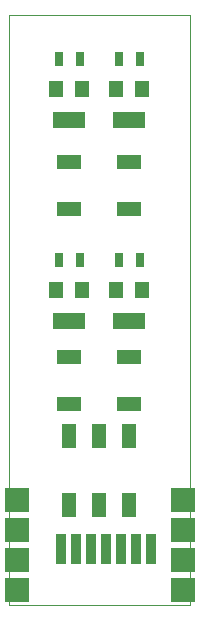
<source format=gtp>
G75*
%MOIN*%
%OFA0B0*%
%FSLAX24Y24*%
%IPPOS*%
%LPD*%
%AMOC8*
5,1,8,0,0,1.08239X$1,22.5*
%
%ADD10C,0.0000*%
%ADD11R,0.0827X0.0500*%
%ADD12R,0.0500X0.0800*%
%ADD13R,0.1102X0.0551*%
%ADD14R,0.0472X0.0551*%
%ADD15R,0.0315X0.0472*%
%ADD16R,0.0800X0.0800*%
%ADD17R,0.0354X0.0984*%
D10*
X000505Y005297D02*
X000505Y024982D01*
X006525Y024982D01*
X006525Y005297D01*
X000505Y005297D01*
D11*
X002505Y012018D03*
X002505Y013577D03*
X002505Y018518D03*
X002505Y020077D03*
X004505Y020077D03*
X004505Y018518D03*
X004505Y013577D03*
X004505Y012018D03*
D12*
X004505Y010947D03*
X004505Y008647D03*
X003505Y008647D03*
X003505Y010947D03*
X002505Y010947D03*
X002505Y008647D03*
D13*
X002505Y014785D03*
X002505Y021485D03*
X004505Y021485D03*
X004505Y014785D03*
D14*
X004072Y015809D03*
X004938Y015809D03*
X004938Y022509D03*
X004072Y022509D03*
X002938Y022509D03*
X002072Y022509D03*
X002072Y015809D03*
X002938Y015809D03*
D15*
X002859Y016797D03*
X002151Y016797D03*
X002151Y023497D03*
X002859Y023497D03*
X004151Y023497D03*
X004859Y023497D03*
X004859Y016797D03*
X004151Y016797D03*
D16*
X006305Y008797D03*
X006305Y007797D03*
X006305Y006797D03*
X006305Y005797D03*
X000755Y005797D03*
X000755Y006797D03*
X000755Y007797D03*
X000755Y008797D03*
D17*
X002215Y007172D03*
X002715Y007172D03*
X003215Y007172D03*
X003715Y007172D03*
X004215Y007172D03*
X004715Y007172D03*
X005215Y007172D03*
M02*

</source>
